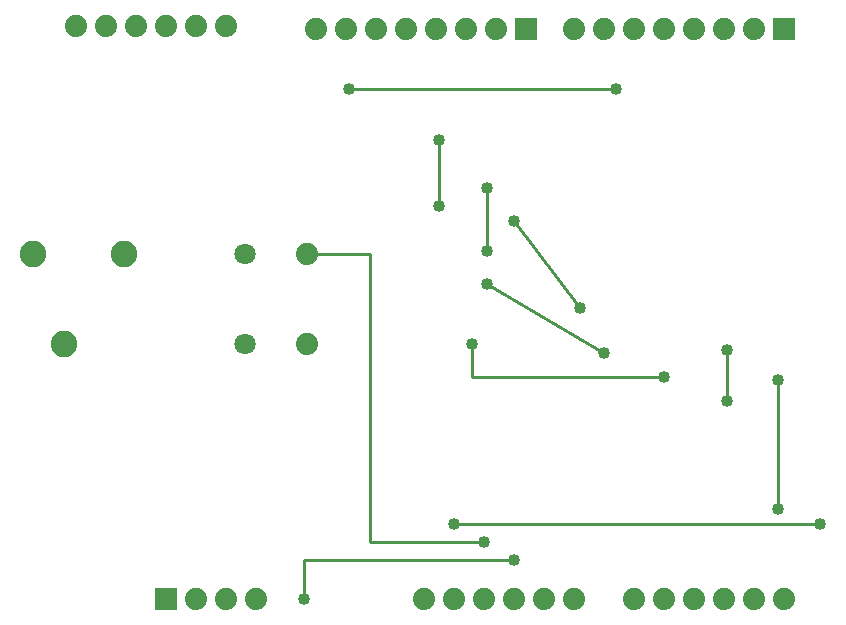
<source format=gbl>
G75*
G70*
%OFA0B0*%
%FSLAX24Y24*%
%IPPOS*%
%LPD*%
%AMOC8*
5,1,8,0,0,1.08239X$1,22.5*
%
%ADD10R,0.0740X0.0740*%
%ADD11C,0.0740*%
%ADD12C,0.0886*%
%ADD13C,0.0709*%
%ADD14C,0.0100*%
%ADD15C,0.0400*%
D10*
X006206Y001510D03*
X018206Y020510D03*
X026806Y020510D03*
D11*
X025806Y020510D03*
X024806Y020510D03*
X023806Y020510D03*
X022806Y020510D03*
X021806Y020510D03*
X020806Y020510D03*
X019806Y020510D03*
X017206Y020510D03*
X016206Y020510D03*
X015206Y020510D03*
X014206Y020510D03*
X013206Y020510D03*
X012206Y020510D03*
X011206Y020510D03*
X008206Y020610D03*
X007206Y020610D03*
X006206Y020610D03*
X005206Y020610D03*
X004206Y020610D03*
X003206Y020610D03*
X010906Y013010D03*
X010906Y010010D03*
X009206Y001510D03*
X008206Y001510D03*
X007206Y001510D03*
X014806Y001510D03*
X015806Y001510D03*
X016806Y001510D03*
X017806Y001510D03*
X018806Y001510D03*
X019806Y001510D03*
X021806Y001510D03*
X022806Y001510D03*
X023806Y001510D03*
X024806Y001510D03*
X025806Y001510D03*
X026806Y001510D03*
D12*
X004832Y013002D03*
X001800Y013002D03*
X002824Y010010D03*
D13*
X008847Y010010D03*
X008847Y013002D03*
D14*
X010906Y013010D02*
X013006Y013010D01*
X013006Y003410D01*
X016806Y003410D01*
X017806Y002810D02*
X010806Y002810D01*
X010806Y001510D01*
X015806Y004010D02*
X028006Y004010D01*
X026606Y004510D02*
X026606Y008810D01*
X024906Y008110D02*
X024906Y009825D01*
X022806Y008910D02*
X016406Y008910D01*
X016406Y010010D01*
X016906Y012010D02*
X020806Y009710D01*
X020006Y011210D02*
X017806Y014110D01*
X016906Y013110D02*
X016906Y015210D01*
X015306Y014610D02*
X015306Y016810D01*
X012306Y018510D02*
X021206Y018510D01*
D15*
X021206Y018510D03*
X016906Y015210D03*
X017806Y014110D03*
X016906Y013110D03*
X016906Y012010D03*
X016406Y010010D03*
X020006Y011210D03*
X020806Y009710D03*
X022806Y008910D03*
X024906Y008110D03*
X026606Y008810D03*
X024906Y009825D03*
X026606Y004510D03*
X028006Y004010D03*
X017806Y002810D03*
X016806Y003410D03*
X015806Y004010D03*
X010806Y001510D03*
X015306Y014610D03*
X015306Y016810D03*
X012306Y018510D03*
M02*

</source>
